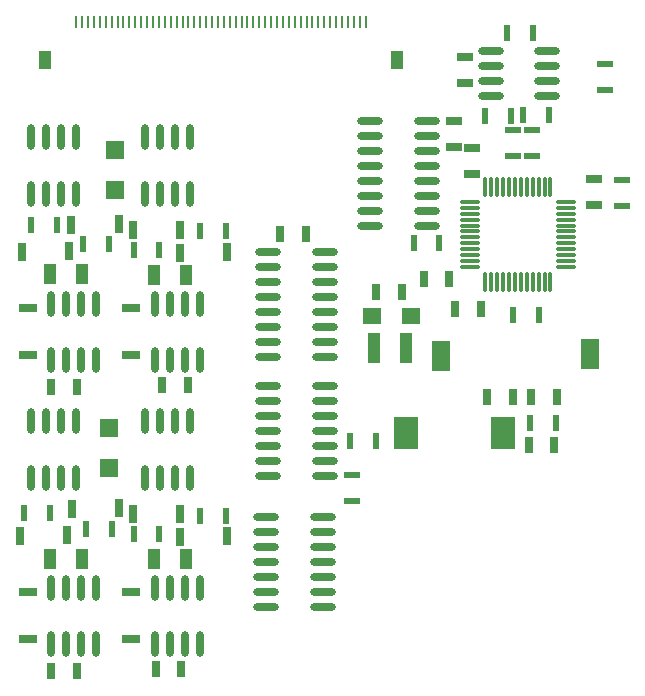
<source format=gtp>
G04*
G04 #@! TF.GenerationSoftware,Altium Limited,Altium Designer,24.10.1 (45)*
G04*
G04 Layer_Color=8421504*
%FSLAX44Y44*%
%MOMM*%
G71*
G04*
G04 #@! TF.SameCoordinates,C031E789-135E-4793-A04E-BF888AAD087F*
G04*
G04*
G04 #@! TF.FilePolarity,Positive*
G04*
G01*
G75*
%ADD19R,1.4000X0.7000*%
%ADD20R,1.0000X1.5000*%
%ADD21R,0.2500X1.0000*%
%ADD22R,1.5240X2.5400*%
%ADD23O,0.3000X1.8000*%
%ADD24O,1.8000X0.3000*%
%ADD25O,2.2000X0.6000*%
%ADD26R,0.6000X1.4000*%
%ADD27R,1.4000X0.6000*%
%ADD28R,1.1000X2.6000*%
%ADD29R,0.7000X1.4000*%
%ADD30R,1.5000X1.4200*%
%ADD31R,2.0000X2.8000*%
%ADD32R,1.1000X1.7000*%
%ADD33R,1.5240X0.8000*%
%ADD34R,0.8000X1.5240*%
%ADD35R,1.5240X1.5240*%
%ADD36O,0.6000X2.2000*%
D19*
X384500Y-116344D02*
D03*
Y-94500D02*
D03*
X400000Y-117078D02*
D03*
Y-138922D02*
D03*
X502500Y-165422D02*
D03*
Y-143578D02*
D03*
X394000Y-40578D02*
D03*
Y-62422D02*
D03*
D20*
X336500Y-42500D02*
D03*
X38500D02*
D03*
D21*
X64500Y-10500D02*
D03*
X69500D02*
D03*
X74500D02*
D03*
X79500D02*
D03*
X84500D02*
D03*
X89500D02*
D03*
X94500D02*
D03*
X99500D02*
D03*
X104500D02*
D03*
X109500D02*
D03*
X114500D02*
D03*
X119500D02*
D03*
X124500D02*
D03*
X129500D02*
D03*
X134500D02*
D03*
X139500D02*
D03*
X144500D02*
D03*
X149500D02*
D03*
X154500D02*
D03*
X159500D02*
D03*
X164500D02*
D03*
X169500D02*
D03*
X174500D02*
D03*
X179500D02*
D03*
X184500D02*
D03*
X189500D02*
D03*
X194500D02*
D03*
X199500D02*
D03*
X204500D02*
D03*
X209500D02*
D03*
X214500D02*
D03*
X219500D02*
D03*
X224500D02*
D03*
X229500D02*
D03*
X234500D02*
D03*
X239500D02*
D03*
X244500D02*
D03*
X249500D02*
D03*
X254500D02*
D03*
X259500D02*
D03*
X264500D02*
D03*
X269500D02*
D03*
X274500D02*
D03*
X279500D02*
D03*
X284500D02*
D03*
X289500D02*
D03*
X294500D02*
D03*
X299500D02*
D03*
X304500D02*
D03*
X309500D02*
D03*
D22*
X373500Y-293500D02*
D03*
X499254Y-291502D02*
D03*
D23*
X411000Y-231000D02*
D03*
X416000D02*
D03*
X421000D02*
D03*
X426000D02*
D03*
X431000D02*
D03*
X436000D02*
D03*
X441000D02*
D03*
X446000D02*
D03*
X451000D02*
D03*
X456000D02*
D03*
X461000D02*
D03*
X466000D02*
D03*
Y-150000D02*
D03*
X461000D02*
D03*
X456000D02*
D03*
X451000D02*
D03*
X446000D02*
D03*
X441000D02*
D03*
X436000D02*
D03*
X431000D02*
D03*
X426000D02*
D03*
X421000D02*
D03*
X416000D02*
D03*
X411000D02*
D03*
D24*
X479000Y-218000D02*
D03*
Y-213000D02*
D03*
Y-208000D02*
D03*
Y-203000D02*
D03*
Y-198000D02*
D03*
Y-193000D02*
D03*
Y-188000D02*
D03*
Y-183000D02*
D03*
Y-178000D02*
D03*
Y-173000D02*
D03*
Y-168000D02*
D03*
Y-163000D02*
D03*
X398000D02*
D03*
Y-168000D02*
D03*
Y-173000D02*
D03*
Y-178000D02*
D03*
Y-183000D02*
D03*
Y-188000D02*
D03*
Y-193000D02*
D03*
Y-198000D02*
D03*
Y-203000D02*
D03*
Y-208000D02*
D03*
Y-213000D02*
D03*
Y-218000D02*
D03*
D25*
X225500Y-429400D02*
D03*
Y-442100D02*
D03*
Y-454800D02*
D03*
Y-467500D02*
D03*
Y-480200D02*
D03*
Y-492900D02*
D03*
Y-505600D02*
D03*
X273500Y-429400D02*
D03*
Y-442100D02*
D03*
Y-454800D02*
D03*
Y-467500D02*
D03*
Y-480200D02*
D03*
Y-492900D02*
D03*
Y-505600D02*
D03*
X227000Y-205550D02*
D03*
Y-218250D02*
D03*
Y-230950D02*
D03*
Y-243650D02*
D03*
Y-256350D02*
D03*
Y-269050D02*
D03*
Y-281750D02*
D03*
Y-294450D02*
D03*
X275000Y-205550D02*
D03*
Y-218250D02*
D03*
Y-230950D02*
D03*
Y-243650D02*
D03*
Y-256350D02*
D03*
Y-269050D02*
D03*
Y-281750D02*
D03*
Y-294450D02*
D03*
X415500Y-35500D02*
D03*
Y-48200D02*
D03*
Y-60900D02*
D03*
Y-73600D02*
D03*
X463500Y-35500D02*
D03*
Y-48200D02*
D03*
Y-60900D02*
D03*
Y-73600D02*
D03*
X361500Y-182950D02*
D03*
Y-170250D02*
D03*
Y-157550D02*
D03*
Y-144850D02*
D03*
Y-132150D02*
D03*
Y-119450D02*
D03*
Y-106750D02*
D03*
Y-94050D02*
D03*
X313500Y-182950D02*
D03*
Y-170250D02*
D03*
Y-157550D02*
D03*
Y-144850D02*
D03*
Y-132150D02*
D03*
Y-119450D02*
D03*
Y-106750D02*
D03*
Y-94050D02*
D03*
X275000Y-395100D02*
D03*
Y-382400D02*
D03*
Y-369700D02*
D03*
Y-357000D02*
D03*
Y-344300D02*
D03*
Y-331600D02*
D03*
Y-318900D02*
D03*
X227000Y-395100D02*
D03*
Y-382400D02*
D03*
Y-369700D02*
D03*
Y-357000D02*
D03*
Y-344300D02*
D03*
Y-331600D02*
D03*
Y-318900D02*
D03*
D26*
X470422Y-350000D02*
D03*
X448578D02*
D03*
X296078Y-365500D02*
D03*
X317922D02*
D03*
X456000Y-258500D02*
D03*
X434156D02*
D03*
X371922Y-197500D02*
D03*
X350078D02*
D03*
X410578Y-90000D02*
D03*
X432422D02*
D03*
X451422Y-20000D02*
D03*
X429578D02*
D03*
X134991Y-444372D02*
D03*
X113147D02*
D03*
X20078Y-426500D02*
D03*
X41922D02*
D03*
X190991Y-428501D02*
D03*
X169147D02*
D03*
X94844Y-439500D02*
D03*
X73000D02*
D03*
X134922Y-203872D02*
D03*
X113078D02*
D03*
X26578Y-182500D02*
D03*
X48422D02*
D03*
X190922Y-187999D02*
D03*
X169078D02*
D03*
X91922Y-198872D02*
D03*
X70078D02*
D03*
X443078Y-89500D02*
D03*
X464922D02*
D03*
D27*
X298000Y-416344D02*
D03*
Y-394500D02*
D03*
X526500Y-166344D02*
D03*
Y-144500D02*
D03*
X434000Y-123922D02*
D03*
Y-102078D02*
D03*
X450000Y-102078D02*
D03*
Y-123922D02*
D03*
X512500Y-68422D02*
D03*
Y-46578D02*
D03*
D28*
X317000Y-286500D02*
D03*
X344000D02*
D03*
D29*
X318578Y-239500D02*
D03*
X340422D02*
D03*
X469422Y-368500D02*
D03*
X447578D02*
D03*
X385578Y-253500D02*
D03*
X407422D02*
D03*
X449500Y-328500D02*
D03*
X471344D02*
D03*
X237078Y-190000D02*
D03*
X258922D02*
D03*
X43327Y-560250D02*
D03*
X65171D02*
D03*
X131656Y-558500D02*
D03*
X153500D02*
D03*
X43258Y-319749D02*
D03*
X65102D02*
D03*
X137078Y-318000D02*
D03*
X158922D02*
D03*
X412578Y-328500D02*
D03*
X434422D02*
D03*
X358578Y-228000D02*
D03*
X380422D02*
D03*
D30*
X315200Y-259500D02*
D03*
X347800D02*
D03*
D31*
X425500Y-358500D02*
D03*
X343500D02*
D03*
D32*
X42219Y-465500D02*
D03*
X69219D02*
D03*
X130569Y-465500D02*
D03*
X157569D02*
D03*
X42000Y-224000D02*
D03*
X69000D02*
D03*
X130499Y-225000D02*
D03*
X157500D02*
D03*
D33*
X23569Y-493000D02*
D03*
X24069Y-533000D02*
D03*
X110569Y-493000D02*
D03*
X111069Y-533000D02*
D03*
X23500Y-252500D02*
D03*
X24000Y-292500D02*
D03*
X110500Y-252500D02*
D03*
X111000Y-292500D02*
D03*
D34*
X152569Y-426872D02*
D03*
X112569Y-427373D02*
D03*
X57000Y-445000D02*
D03*
X17000Y-445500D02*
D03*
X192069Y-446000D02*
D03*
X152069Y-446501D02*
D03*
X60569Y-422873D02*
D03*
X100569Y-422372D02*
D03*
X152500Y-186372D02*
D03*
X112500Y-186872D02*
D03*
X58500Y-204500D02*
D03*
X18500Y-205000D02*
D03*
X192000Y-205500D02*
D03*
X152000Y-206000D02*
D03*
X60500Y-182372D02*
D03*
X100500Y-181872D02*
D03*
D35*
X92069Y-354356D02*
D03*
Y-388646D02*
D03*
X97500Y-118855D02*
D03*
Y-153145D02*
D03*
D36*
X64119Y-348500D02*
D03*
X51419D02*
D03*
X38719D02*
D03*
X26019D02*
D03*
X64119Y-396501D02*
D03*
X51419D02*
D03*
X38719D02*
D03*
X26019D02*
D03*
X161119Y-348500D02*
D03*
X148419D02*
D03*
X135719D02*
D03*
X123019D02*
D03*
X161119Y-396501D02*
D03*
X148419D02*
D03*
X135719D02*
D03*
X123019D02*
D03*
X81119Y-489500D02*
D03*
X68419D02*
D03*
X55719D02*
D03*
X43019D02*
D03*
X81119Y-537501D02*
D03*
X68419D02*
D03*
X55719D02*
D03*
X43019D02*
D03*
X169469Y-489501D02*
D03*
X156769D02*
D03*
X144069D02*
D03*
X131369D02*
D03*
X169469Y-537501D02*
D03*
X156769D02*
D03*
X144069D02*
D03*
X131369D02*
D03*
X64050Y-108000D02*
D03*
X51350D02*
D03*
X38650D02*
D03*
X25950D02*
D03*
X64050Y-156000D02*
D03*
X51350D02*
D03*
X38650D02*
D03*
X25950D02*
D03*
X161050Y-108000D02*
D03*
X148350D02*
D03*
X135650D02*
D03*
X122950D02*
D03*
X161050Y-156000D02*
D03*
X148350D02*
D03*
X135650D02*
D03*
X122950D02*
D03*
X81050Y-249000D02*
D03*
X68350D02*
D03*
X55650D02*
D03*
X42950D02*
D03*
X81050Y-296999D02*
D03*
X68350D02*
D03*
X55650D02*
D03*
X42950D02*
D03*
X169400Y-249000D02*
D03*
X156700D02*
D03*
X144000D02*
D03*
X131300D02*
D03*
X169400Y-297001D02*
D03*
X156700D02*
D03*
X144000D02*
D03*
X131300D02*
D03*
M02*

</source>
